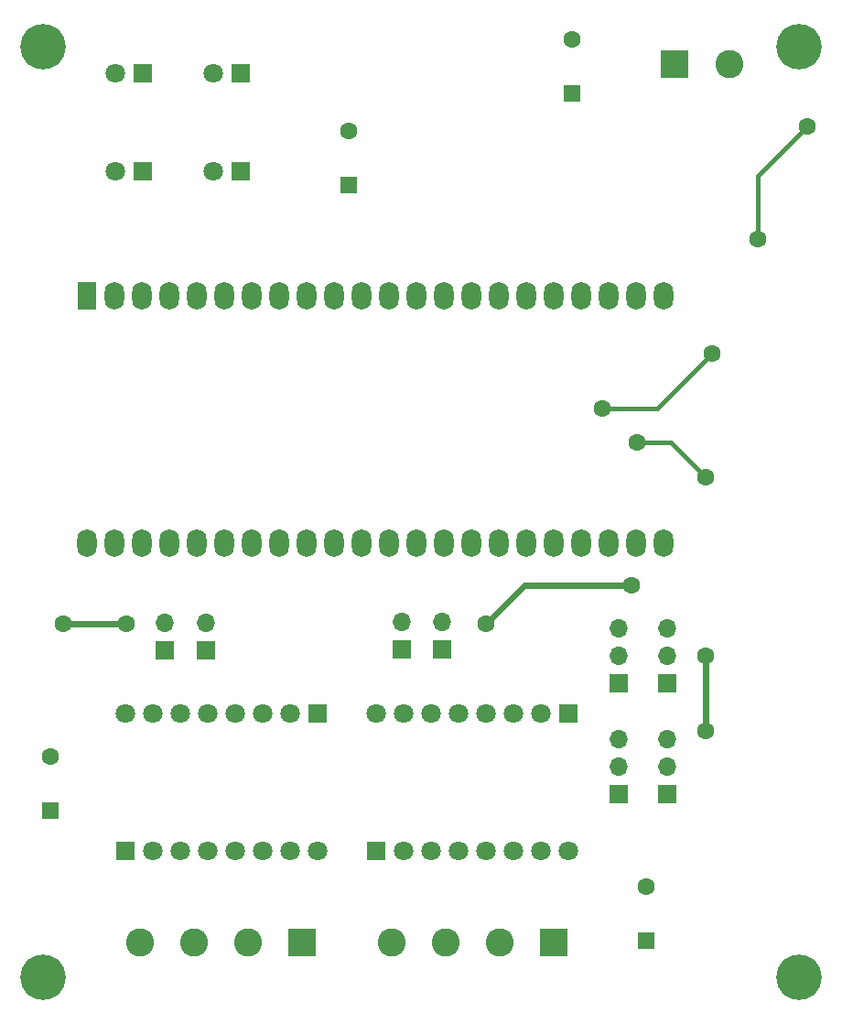
<source format=gbr>
%TF.GenerationSoftware,KiCad,Pcbnew,8.0.0*%
%TF.CreationDate,2025-04-05T00:05:52+03:00*%
%TF.ProjectId,esp_stepper,6573705f-7374-4657-9070-65722e6b6963,rev?*%
%TF.SameCoordinates,Original*%
%TF.FileFunction,Copper,L2,Bot*%
%TF.FilePolarity,Positive*%
%FSLAX46Y46*%
G04 Gerber Fmt 4.6, Leading zero omitted, Abs format (unit mm)*
G04 Created by KiCad (PCBNEW 8.0.0) date 2025-04-05 00:05:52*
%MOMM*%
%LPD*%
G01*
G04 APERTURE LIST*
%TA.AperFunction,ComponentPad*%
%ADD10R,1.800000X1.800000*%
%TD*%
%TA.AperFunction,ComponentPad*%
%ADD11C,1.800000*%
%TD*%
%TA.AperFunction,ComponentPad*%
%ADD12R,2.600000X2.600000*%
%TD*%
%TA.AperFunction,ComponentPad*%
%ADD13C,2.600000*%
%TD*%
%TA.AperFunction,ComponentPad*%
%ADD14R,1.800000X2.600000*%
%TD*%
%TA.AperFunction,ComponentPad*%
%ADD15O,1.800000X2.600000*%
%TD*%
%TA.AperFunction,ComponentPad*%
%ADD16R,1.600000X1.600000*%
%TD*%
%TA.AperFunction,ComponentPad*%
%ADD17C,1.600000*%
%TD*%
%TA.AperFunction,ComponentPad*%
%ADD18R,1.700000X1.700000*%
%TD*%
%TA.AperFunction,ComponentPad*%
%ADD19O,1.700000X1.700000*%
%TD*%
%TA.AperFunction,ViaPad*%
%ADD20C,1.600000*%
%TD*%
%TA.AperFunction,ViaPad*%
%ADD21C,4.200000*%
%TD*%
%TA.AperFunction,Conductor*%
%ADD22C,0.600000*%
%TD*%
%TA.AperFunction,Conductor*%
%ADD23C,0.400000*%
%TD*%
G04 APERTURE END LIST*
D10*
%TO.P,D5,1,K*%
%TO.N,GND*%
X105597618Y-67500000D03*
D11*
%TO.P,D5,2,A*%
%TO.N,Net-(D5-A)*%
X103057618Y-67500000D03*
%TD*%
D10*
%TO.P,D3,1,K*%
%TO.N,GND*%
X105597618Y-76500000D03*
D11*
%TO.P,D3,2,A*%
%TO.N,Net-(D3-A)*%
X103057618Y-76500000D03*
%TD*%
D12*
%TO.P,J1,1,Pin_1*%
%TO.N,/1_2B*%
X111322618Y-147805000D03*
D13*
%TO.P,J1,2,Pin_2*%
%TO.N,/1_1B*%
X106322618Y-147805000D03*
%TO.P,J1,3,Pin_3*%
%TO.N,/1_1A*%
X101322618Y-147805000D03*
%TO.P,J1,4,Pin_4*%
%TO.N,/1_2A*%
X96322618Y-147805000D03*
%TD*%
D14*
%TO.P,U5,1,3V3*%
%TO.N,Net-(U5-3V3-Pad1)*%
X91430538Y-88070000D03*
D15*
%TO.P,U5,2,3V3*%
X93970538Y-88070000D03*
%TO.P,U5,3,CHIP_PU*%
%TO.N,unconnected-(U5-CHIP_PU-Pad3)*%
X96510538Y-88070000D03*
%TO.P,U5,4,GPIO4/ADC1_CH3*%
%TO.N,/LED1*%
X99050538Y-88070000D03*
%TO.P,U5,5,GPIO5/ADC1_CH4*%
%TO.N,/LED3*%
X101590538Y-88070000D03*
%TO.P,U5,6,GPIO6/ADC1_CH5*%
%TO.N,/LED2*%
X104130538Y-88070000D03*
%TO.P,U5,7,GPIO7/ADC1_CH6*%
%TO.N,/LED4*%
X106670538Y-88070000D03*
%TO.P,U5,8,GPIO15/ADC2_CH4/32K_P*%
%TO.N,unconnected-(U5-GPIO15{slash}ADC2_CH4{slash}32K_P-Pad8)*%
X109210538Y-88070000D03*
%TO.P,U5,9,GPIO16/ADC2_CH5/32K_N*%
%TO.N,unconnected-(U5-GPIO16{slash}ADC2_CH5{slash}32K_N-Pad9)*%
X111750538Y-88070000D03*
%TO.P,U5,10,GPIO17/ADC2_CH6*%
%TO.N,unconnected-(U5-GPIO17{slash}ADC2_CH6-Pad10)*%
X114290538Y-88070000D03*
%TO.P,U5,11,GPIO18/ADC2_CH7*%
%TO.N,unconnected-(U5-GPIO18{slash}ADC2_CH7-Pad11)*%
X116830538Y-88070000D03*
%TO.P,U5,12,GPIO8/ADC1_CH7*%
%TO.N,unconnected-(U5-GPIO8{slash}ADC1_CH7-Pad12)*%
X119370538Y-88070000D03*
%TO.P,U5,13,GPIO3/ADC1_CH2*%
%TO.N,unconnected-(U5-GPIO3{slash}ADC1_CH2-Pad13)*%
X121910538Y-88070000D03*
%TO.P,U5,14,GPIO46*%
%TO.N,unconnected-(U5-GPIO46-Pad14)*%
X124450538Y-88070000D03*
%TO.P,U5,15,GPIO9/ADC1_CH8*%
%TO.N,unconnected-(U5-GPIO9{slash}ADC1_CH8-Pad15)*%
X126990538Y-88070000D03*
%TO.P,U5,16,GPIO10/ADC1_CH9*%
%TO.N,unconnected-(U5-GPIO10{slash}ADC1_CH9-Pad16)*%
X129530538Y-88070000D03*
%TO.P,U5,17,GPIO11/ADC2_CH0*%
%TO.N,unconnected-(U5-GPIO11{slash}ADC2_CH0-Pad17)*%
X132070538Y-88070000D03*
%TO.P,U5,18,GPIO12/ADC2_CH1*%
%TO.N,/IO_1*%
X134610538Y-88070000D03*
%TO.P,U5,19,GPIO13/ADC2_CH2*%
%TO.N,/IO_4*%
X137150538Y-88070000D03*
%TO.P,U5,20,GPIO14/ADC2_CH3*%
%TO.N,/IO_2*%
X139687818Y-88066320D03*
%TO.P,U5,21,5V*%
%TO.N,+5V*%
X142227818Y-88066320D03*
%TO.P,U5,22,GND*%
%TO.N,GND*%
X144767818Y-88066320D03*
%TO.P,U5,23,GND*%
X144770538Y-110930000D03*
%TO.P,U5,24,GND*%
X142230538Y-110930000D03*
%TO.P,U5,25,GPIO19/USB_D-*%
%TO.N,/IO_3*%
X139690538Y-110930000D03*
%TO.P,U5,26,GPIO20/USB_D+*%
%TO.N,/2_DIR*%
X137150538Y-110930000D03*
%TO.P,U5,27,GPIO21*%
%TO.N,/2_STEP*%
X134610538Y-110930000D03*
%TO.P,U5,28,GPIO47*%
%TO.N,/2_UART1*%
X132070538Y-110930000D03*
%TO.P,U5,29,GPIO48*%
%TO.N,/2_UART2*%
X129530538Y-110930000D03*
%TO.P,U5,30,GPIO45*%
%TO.N,unconnected-(U5-GPIO45-Pad30)*%
X126990538Y-110930000D03*
%TO.P,U5,31,GPIO0*%
%TO.N,unconnected-(U5-GPIO0-Pad31)*%
X124450538Y-110930000D03*
%TO.P,U5,32,GPIO35*%
%TO.N,/2_MS2*%
X121910538Y-110930000D03*
%TO.P,U5,33,GPIO36*%
%TO.N,/2_MS1*%
X119370538Y-110930000D03*
%TO.P,U5,34,GPIO37*%
%TO.N,/2_EN*%
X116830538Y-110930000D03*
%TO.P,U5,35,GPIO38*%
%TO.N,/1_DIR*%
X114290538Y-110930000D03*
%TO.P,U5,36,GPIO39/MTCK*%
%TO.N,/1_STEP*%
X111750538Y-110930000D03*
%TO.P,U5,37,GPIO40/MTDO*%
%TO.N,/1_UART1*%
X109210538Y-110930000D03*
%TO.P,U5,38,GPIO41/MTDI*%
%TO.N,/1_UART2*%
X106670538Y-110930000D03*
%TO.P,U5,39,GPIO42/MTMS*%
%TO.N,unconnected-(U5-GPIO42{slash}MTMS-Pad39)*%
X104130538Y-110930000D03*
%TO.P,U5,40,GPIO2/ADC1_CH1*%
%TO.N,unconnected-(U5-GPIO2{slash}ADC1_CH1-Pad40)*%
X101590538Y-110930000D03*
%TO.P,U5,41,GPIO1/ADC1_CH0*%
%TO.N,/1_MS2*%
X99050538Y-110930000D03*
%TO.P,U5,42,GPIO44/U0RXD*%
%TO.N,/1_MS1*%
X96510538Y-110930000D03*
%TO.P,U5,43,GPIO43/U0TXD*%
%TO.N,/1_EN*%
X93970538Y-110930000D03*
%TO.P,U5,44,GND*%
%TO.N,GND*%
X91430538Y-110930000D03*
%TD*%
D10*
%TO.P,U1,JP1_1,DIR*%
%TO.N,/1_DIR*%
X112712618Y-126650000D03*
D11*
%TO.P,U1,JP1_2,STEP*%
%TO.N,/1_STEP*%
X110172618Y-126650000D03*
%TO.P,U1,JP1_3*%
%TO.N,N/C*%
X107632618Y-126650000D03*
%TO.P,U1,JP1_4,PDN/UART1*%
%TO.N,/1_UART1*%
X105092618Y-126650000D03*
%TO.P,U1,JP1_5,PDN/UART2*%
%TO.N,/1_UART2*%
X102552618Y-126650000D03*
%TO.P,U1,JP1_6,MS2*%
%TO.N,/1_MS2*%
X100012618Y-126650000D03*
%TO.P,U1,JP1_7,MS1*%
%TO.N,/1_MS1*%
X97472618Y-126650000D03*
%TO.P,U1,JP1_8,EN*%
%TO.N,/1_EN*%
X94932618Y-126650000D03*
D10*
%TO.P,U1,JP2_1,VM*%
%TO.N,+12V*%
X94932618Y-139350000D03*
D11*
%TO.P,U1,JP2_2,GND*%
%TO.N,GND*%
X97472618Y-139350000D03*
%TO.P,U1,JP2_3,OA2*%
%TO.N,/1_2A*%
X100012618Y-139350000D03*
%TO.P,U1,JP2_4,OA1*%
%TO.N,/1_1A*%
X102552618Y-139350000D03*
%TO.P,U1,JP2_5,OB1*%
%TO.N,/1_1B*%
X105092618Y-139350000D03*
%TO.P,U1,JP2_6,OB2*%
%TO.N,/1_2B*%
X107632618Y-139350000D03*
%TO.P,U1,JP2_7,VIO*%
%TO.N,+5V*%
X110172618Y-139350000D03*
%TO.P,U1,JP2_8,GND*%
%TO.N,GND*%
X112712618Y-139350000D03*
%TD*%
D16*
%TO.P,C1,1*%
%TO.N,+12V*%
X136272618Y-69305302D03*
D17*
%TO.P,C1,2*%
%TO.N,GND*%
X136272618Y-64305302D03*
%TD*%
D18*
%TO.P,J10,1,Pin_1*%
%TO.N,+5V*%
X140572618Y-123830000D03*
D19*
%TO.P,J10,2,Pin_2*%
%TO.N,/IO_3*%
X140572618Y-121290000D03*
%TO.P,J10,3,Pin_3*%
%TO.N,GND*%
X140572618Y-118750000D03*
%TD*%
D16*
%TO.P,C8,1*%
%TO.N,+12V*%
X87993967Y-135625651D03*
D17*
%TO.P,C8,2*%
%TO.N,GND*%
X87993967Y-130625651D03*
%TD*%
D12*
%TO.P,J3,1,Pin_1*%
%TO.N,/2_2B*%
X134572618Y-147805000D03*
D13*
%TO.P,J3,2,Pin_2*%
%TO.N,/2_1B*%
X129572618Y-147805000D03*
%TO.P,J3,3,Pin_3*%
%TO.N,/2_1A*%
X124572618Y-147805000D03*
%TO.P,J3,4,Pin_4*%
%TO.N,/2_2A*%
X119572618Y-147805000D03*
%TD*%
D16*
%TO.P,C2,1*%
%TO.N,+5V*%
X115622618Y-77840651D03*
D17*
%TO.P,C2,2*%
%TO.N,GND*%
X115622618Y-72840651D03*
%TD*%
D18*
%TO.P,J4,1,Pin_1*%
%TO.N,/1_MS1*%
X98604618Y-120775000D03*
D19*
%TO.P,J4,2,Pin_2*%
%TO.N,GND*%
X98604618Y-118235000D03*
%TD*%
D18*
%TO.P,J5,1,Pin_1*%
%TO.N,/1_MS2*%
X102414618Y-120775000D03*
D19*
%TO.P,J5,2,Pin_2*%
%TO.N,GND*%
X102414618Y-118235000D03*
%TD*%
D18*
%TO.P,J6,1,Pin_1*%
%TO.N,/2_MS2*%
X124258618Y-120750000D03*
D19*
%TO.P,J6,2,Pin_2*%
%TO.N,GND*%
X124258618Y-118210000D03*
%TD*%
D10*
%TO.P,D4,1,K*%
%TO.N,GND*%
X96597618Y-67500000D03*
D11*
%TO.P,D4,2,A*%
%TO.N,Net-(D4-A)*%
X94057618Y-67500000D03*
%TD*%
D18*
%TO.P,J8,1,Pin_1*%
%TO.N,+5V*%
X145072618Y-123830000D03*
D19*
%TO.P,J8,2,Pin_2*%
%TO.N,/IO_1*%
X145072618Y-121290000D03*
%TO.P,J8,3,Pin_3*%
%TO.N,GND*%
X145072618Y-118750000D03*
%TD*%
D18*
%TO.P,J7,1,Pin_1*%
%TO.N,/2_MS1*%
X120572618Y-120750000D03*
D19*
%TO.P,J7,2,Pin_2*%
%TO.N,GND*%
X120572618Y-118210000D03*
%TD*%
D10*
%TO.P,U2,JP1_1,DIR*%
%TO.N,/2_DIR*%
X135962618Y-126650000D03*
D11*
%TO.P,U2,JP1_2,STEP*%
%TO.N,/2_STEP*%
X133422618Y-126650000D03*
%TO.P,U2,JP1_3*%
%TO.N,N/C*%
X130882618Y-126650000D03*
%TO.P,U2,JP1_4,PDN/UART1*%
%TO.N,/2_UART1*%
X128342618Y-126650000D03*
%TO.P,U2,JP1_5,PDN/UART2*%
%TO.N,/2_UART2*%
X125802618Y-126650000D03*
%TO.P,U2,JP1_6,MS2*%
%TO.N,/2_MS2*%
X123262618Y-126650000D03*
%TO.P,U2,JP1_7,MS1*%
%TO.N,/2_MS1*%
X120722618Y-126650000D03*
%TO.P,U2,JP1_8,EN*%
%TO.N,/2_EN*%
X118182618Y-126650000D03*
D10*
%TO.P,U2,JP2_1,VM*%
%TO.N,+12V*%
X118182618Y-139350000D03*
D11*
%TO.P,U2,JP2_2,GND*%
%TO.N,GND*%
X120722618Y-139350000D03*
%TO.P,U2,JP2_3,OA2*%
%TO.N,/2_2A*%
X123262618Y-139350000D03*
%TO.P,U2,JP2_4,OA1*%
%TO.N,/2_1A*%
X125802618Y-139350000D03*
%TO.P,U2,JP2_5,OB1*%
%TO.N,/2_1B*%
X128342618Y-139350000D03*
%TO.P,U2,JP2_6,OB2*%
%TO.N,/2_2B*%
X130882618Y-139350000D03*
%TO.P,U2,JP2_7,VIO*%
%TO.N,+5V*%
X133422618Y-139350000D03*
%TO.P,U2,JP2_8,GND*%
%TO.N,GND*%
X135962618Y-139350000D03*
%TD*%
D16*
%TO.P,C7,1*%
%TO.N,+12V*%
X143181618Y-147690651D03*
D17*
%TO.P,C7,2*%
%TO.N,GND*%
X143181618Y-142690651D03*
%TD*%
D10*
%TO.P,D2,1,K*%
%TO.N,GND*%
X96597618Y-76500000D03*
D11*
%TO.P,D2,2,A*%
%TO.N,Net-(D2-A)*%
X94057618Y-76500000D03*
%TD*%
D18*
%TO.P,J9,1,Pin_1*%
%TO.N,+5V*%
X145072618Y-134080000D03*
D19*
%TO.P,J9,2,Pin_2*%
%TO.N,/IO_2*%
X145072618Y-131540000D03*
%TO.P,J9,3,Pin_3*%
%TO.N,GND*%
X145072618Y-129000000D03*
%TD*%
D12*
%TO.P,J2,1,Pin_1*%
%TO.N,+12V*%
X145727618Y-66597651D03*
D13*
%TO.P,J2,2,Pin_2*%
%TO.N,GND*%
X150807618Y-66597651D03*
%TD*%
D18*
%TO.P,J11,1,Pin_1*%
%TO.N,+5V*%
X140572618Y-134080000D03*
D19*
%TO.P,J11,2,Pin_2*%
%TO.N,/IO_4*%
X140572618Y-131540000D03*
%TO.P,J11,3,Pin_3*%
%TO.N,GND*%
X140572618Y-129000000D03*
%TD*%
D20*
%TO.N,GND*%
X148642618Y-128270000D03*
X141784618Y-114808000D03*
X148642618Y-121285000D03*
D21*
X157322618Y-65000000D03*
D20*
X149277618Y-93345000D03*
X142292618Y-101600000D03*
X153468618Y-82804000D03*
X89206618Y-118364000D03*
D21*
X87322618Y-151000000D03*
D20*
X148642618Y-104775000D03*
D21*
X157322618Y-151000000D03*
D20*
X95048618Y-118364000D03*
X139117618Y-98425000D03*
X158040618Y-72390000D03*
X128322618Y-118364000D03*
D21*
X87322618Y-65000000D03*
%TD*%
D22*
%TO.N,GND*%
X148642618Y-121285000D02*
X148642618Y-128270000D01*
D23*
X148642618Y-104775000D02*
X145467618Y-101600000D01*
X145467618Y-101600000D02*
X142292618Y-101600000D01*
X149277618Y-93345000D02*
X144197618Y-98425000D01*
X158040618Y-72390000D02*
X153468618Y-76962000D01*
D22*
X95048618Y-118364000D02*
X89206618Y-118364000D01*
X131878618Y-114808000D02*
X128322618Y-118364000D01*
D23*
X144197618Y-98425000D02*
X139117618Y-98425000D01*
D22*
X141784618Y-114808000D02*
X131878618Y-114808000D01*
D23*
X153468618Y-76962000D02*
X153468618Y-82804000D01*
%TD*%
M02*

</source>
